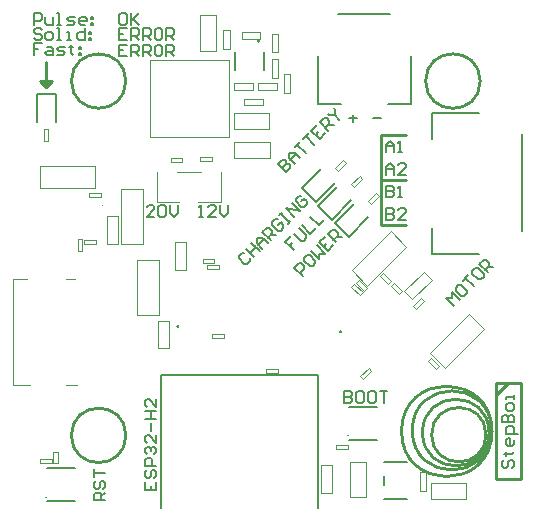
<source format=gto>
G04*
G04 #@! TF.GenerationSoftware,Altium Limited,Altium Designer,26.1.1 (7)*
G04*
G04 Layer_Color=65535*
%FSLAX44Y44*%
%MOMM*%
G71*
G04*
G04 #@! TF.SameCoordinates,CD2F593A-4D2A-49AD-B025-98148D784466*
G04*
G04*
G04 #@! TF.FilePolarity,Positive*
G04*
G01*
G75*
%ADD10C,0.2500*%
%ADD11C,0.1000*%
%ADD12C,0.1524*%
%ADD13C,0.2540*%
%ADD14C,0.0500*%
%ADD15C,0.2000*%
%ADD16C,0.1270*%
D10*
X183095Y-146558D02*
G03*
X183095Y-146558I-38315J0D01*
G01*
X182624Y-145796D02*
G03*
X182624Y-145796I-33526J0D01*
G01*
X180602Y-147574D02*
G03*
X180602Y-147574I-28202J0D01*
G01*
X173089Y150000D02*
G03*
X173089Y150000I-23089J0D01*
G01*
X-126939Y-150000D02*
G03*
X-126939Y-150000I-23061J0D01*
G01*
X177955Y-149352D02*
G03*
X177955Y-149352I-23015J0D01*
G01*
X-127000Y150000D02*
G03*
X-127000Y150000I-23000J0D01*
G01*
X54729Y-62267D02*
G03*
X54729Y-62267I-508J0D01*
G01*
X-82886Y-57740D02*
G03*
X-82886Y-57740I-254J0D01*
G01*
D11*
X60440Y-150240D02*
G03*
X61440Y-150240I500J0D01*
G01*
D02*
G03*
X60440Y-150240I-500J0D01*
G01*
X-146233Y44282D02*
G03*
X-147233Y44282I-500J0D01*
G01*
D02*
G03*
X-146233Y44282I500J0D01*
G01*
X-194830Y-202310D02*
G03*
X-193830Y-202310I500J0D01*
G01*
D02*
G03*
X-194830Y-202310I-500J0D01*
G01*
X-83625Y72660D02*
X-63625D01*
X-46625Y47660D02*
Y72660D01*
X-65625Y47660D02*
X-46625D01*
X-100625D02*
Y72660D01*
Y47660D02*
X-81625D01*
X-170420Y-17530D02*
Y-17230D01*
X-177920D02*
X-170420D01*
X-177920Y-17530D02*
Y-17230D01*
Y-17530D02*
X-170420D01*
X-222190D02*
X-210420D01*
X-222190D02*
X-210420D01*
X-222190Y-106930D02*
Y-17530D01*
Y-106930D02*
Y-17530D01*
Y-106930D02*
X-207920D01*
X-222190D02*
X-207920D01*
X-177920D02*
X-167920D01*
X-177920D02*
X-167920D01*
X-106320Y102960D02*
Y167710D01*
Y102960D02*
X-39820D01*
Y167710D01*
X-106320D02*
X-39820D01*
D12*
X-13752Y184026D02*
G03*
X-13752Y184026I-1016J0D01*
G01*
X91676Y-172232D02*
X110725D01*
X91676Y-191994D02*
Y-183966D01*
Y-203728D02*
X110725D01*
X-34589Y159213D02*
Y174707D01*
X-9951Y159213D02*
Y174707D01*
D13*
X207518Y-186690D02*
Y-105410D01*
X186690Y-186690D02*
Y-105410D01*
X207518D01*
X186690Y-186690D02*
X207518D01*
X186690Y-175514D02*
Y-114554D01*
X187452D02*
X196596Y-105410D01*
X88900Y66040D02*
X110490D01*
X88900Y27940D02*
Y44450D01*
Y27940D02*
X110490D01*
X88900Y44450D02*
Y66040D01*
Y85090D01*
Y66040D02*
X110490D01*
X88900Y104140D02*
X110490D01*
X88900Y85090D02*
Y104140D01*
X-194310Y144780D02*
X-189230Y149860D01*
X-199390D02*
X-189230D01*
X-199390D02*
X-194310Y144780D01*
Y166370D01*
D14*
X-27050Y129330D02*
X-11050D01*
X-27050D02*
Y134830D01*
X-11050D01*
Y129330D02*
Y134830D01*
X-167496Y6139D02*
X-163996D01*
X-163996Y16139D01*
X-167496Y16139D02*
X-163996Y16139D01*
X-167496Y6139D02*
Y16139D01*
X-152480Y12220D02*
Y15720D01*
X-162480Y15720D02*
X-152480Y15720D01*
X-162480Y15720D02*
X-162480Y12220D01*
X-152480D01*
X73902Y-102563D02*
X80973Y-95492D01*
X71427Y-100088D02*
X73902Y-102563D01*
X71427Y-100088D02*
X78498Y-93017D01*
X80973Y-95492D01*
X131471Y-84546D02*
X138542Y-91617D01*
X136067Y-94092D02*
X138542Y-91617D01*
X128996Y-87021D02*
X136067Y-94092D01*
X128996Y-87021D02*
X131471Y-84546D01*
X143654Y-92947D02*
X176535Y-60067D01*
X130573Y-79866D02*
X143654Y-92947D01*
X130573Y-79866D02*
X163453Y-46985D01*
X176535Y-60067D01*
X64070Y-24109D02*
X71141Y-31180D01*
X64070Y-24109D02*
X66545Y-21634D01*
X73616Y-28705D01*
X71141Y-31180D02*
X73616Y-28705D01*
X97459Y-23509D02*
X104530Y-30580D01*
X97459Y-23509D02*
X99934Y-21034D01*
X107005Y-28105D01*
X104530Y-30580D02*
X107005Y-28105D01*
X90831Y-12156D02*
X97902Y-19227D01*
X95427Y-21702D02*
X97902Y-19227D01*
X88356Y-14631D02*
X95427Y-21702D01*
X88356Y-14631D02*
X90831Y-12156D01*
X-53880Y82070D02*
Y85570D01*
X-63880Y85570D02*
X-53880Y85570D01*
X-63880Y85570D02*
X-63880Y82070D01*
X-53880D01*
X77614Y-23097D02*
X110495Y9783D01*
X64533Y-10016D02*
X77614Y-23097D01*
X64533Y-10016D02*
X97413Y22865D01*
X110495Y9783D01*
X-89053Y81676D02*
Y85176D01*
Y81676D02*
X-79053Y81676D01*
X-79053Y85176D02*
X-79053Y81676D01*
X-89053Y85176D02*
X-79053D01*
X116213Y-40815D02*
X118688Y-43290D01*
X125759Y-36219D01*
X123284Y-33744D02*
X125759Y-36219D01*
X116213Y-40815D02*
X123284Y-33744D01*
X67617Y-20562D02*
X74688Y-27633D01*
X67617Y-20562D02*
X70092Y-18087D01*
X77163Y-25158D01*
X74688Y-27633D02*
X77163Y-25158D01*
X115431Y-34654D02*
X132048Y-18037D01*
X108714Y-27937D02*
X115431Y-34654D01*
X108714Y-27937D02*
X125331Y-11320D01*
X132048Y-18037D01*
X50880Y-161770D02*
Y-158270D01*
Y-161770D02*
X60880Y-161770D01*
X60880Y-158270D02*
X60880Y-161770D01*
X50880Y-158270D02*
X60880D01*
X-199770Y-173200D02*
X-189770D01*
X-199770D02*
Y-169700D01*
X-189770D01*
Y-173200D02*
Y-169700D01*
X-188254Y-173750D02*
X-184754D01*
X-184754Y-163750D01*
X-188254Y-163750D02*
X-184754Y-163750D01*
X-188254Y-173750D02*
Y-163750D01*
X-98899Y-48374D02*
Y-1874D01*
X-117399Y-48374D02*
X-98899D01*
X-117399D02*
Y-1874D01*
X-98899D01*
X161050Y-203600D02*
Y-190100D01*
X131050D02*
X161050D01*
X131050Y-203600D02*
Y-190100D01*
Y-203600D02*
X161050D01*
X62510Y-172370D02*
X76010D01*
X62510Y-202370D02*
Y-172370D01*
Y-202370D02*
X76010D01*
Y-172370D01*
X-158025Y51712D02*
Y55212D01*
Y51712D02*
X-148025Y51712D01*
X-148025Y55212D02*
X-148025Y51712D01*
X-158025Y55212D02*
X-148025D01*
X-196060Y109140D02*
X-192560D01*
X-196060Y99140D02*
X-196060Y109140D01*
X-196060Y99140D02*
X-192560Y99140D01*
Y109140D01*
X-44047Y-67416D02*
Y-63916D01*
X-54047Y-63916D02*
X-44047Y-63916D01*
X-54047Y-63916D02*
X-54047Y-67416D01*
X-44047D01*
X-51929Y-4354D02*
Y-854D01*
X-61929Y-854D02*
X-51929Y-854D01*
X-61929Y-854D02*
X-61929Y-4354D01*
X-51929D01*
X-48340Y-9370D02*
Y-5870D01*
X-58340Y-5870D02*
X-48340Y-5870D01*
X-58340Y-5870D02*
X-58340Y-9370D01*
X-48340D01*
X121710Y-197230D02*
Y-181230D01*
Y-197230D02*
X127210D01*
X121710Y-181230D02*
X127210D01*
Y-197230D02*
Y-181230D01*
X49837Y76442D02*
X52312Y73967D01*
X59383Y81038D01*
X56908Y83513D02*
X59383Y81038D01*
X49837Y76442D02*
X56908Y83513D01*
X63807Y62472D02*
X66282Y59997D01*
X73353Y67068D01*
X70878Y69543D02*
X73353Y67068D01*
X63807Y62472D02*
X70878Y69543D01*
X77777Y48502D02*
X80252Y46027D01*
X87323Y53098D01*
X84848Y55573D02*
X87323Y53098D01*
X77777Y48502D02*
X84848Y55573D01*
X-199780Y77830D02*
X-153280D01*
Y59330D02*
Y77830D01*
X-199780Y59330D02*
X-153280D01*
X-199780D02*
Y77830D01*
X-64176Y175610D02*
X-50676D01*
Y205610D01*
X-64176D02*
X-50676D01*
X-64176Y175610D02*
Y205610D01*
X-14950Y142620D02*
X1050D01*
X-14950D02*
Y148120D01*
X1050D01*
Y142620D02*
Y148120D01*
X-3430Y152530D02*
Y168530D01*
Y152530D02*
X2070D01*
X-3430Y168530D02*
X2070D01*
Y152530D02*
Y168530D01*
X6730Y139910D02*
Y155910D01*
Y139910D02*
X12230D01*
X6730Y155910D02*
X12230D01*
Y139910D02*
Y155910D01*
X-5320Y84690D02*
Y98190D01*
X-35320D02*
X-5320D01*
X-35320Y84690D02*
Y98190D01*
Y84690D02*
X-5320D01*
X-29000Y191300D02*
X-13000D01*
X-29000Y185800D02*
Y191300D01*
X-13000Y185800D02*
Y191300D01*
X-29000Y185800D02*
X-13000D01*
X-5344Y109814D02*
Y123314D01*
X-35345D02*
X-5344D01*
X-35345Y109814D02*
Y123314D01*
Y109814D02*
X-5344D01*
X2070Y174200D02*
Y190200D01*
X-3430D02*
X2070D01*
X-3430Y174200D02*
X2070D01*
X-3430D02*
Y190200D01*
X-35350Y148120D02*
X-19350D01*
Y142620D02*
Y148120D01*
X-35350Y142620D02*
X-19350D01*
X-35350D02*
Y148120D01*
X-44660Y177500D02*
Y193500D01*
X-39160D01*
Y177500D02*
Y193500D01*
X-44660Y177500D02*
X-39160D01*
X-8377Y-96919D02*
X1623D01*
X-8377D02*
Y-93419D01*
X1623D01*
Y-96919D02*
Y-93419D01*
X-131170Y12310D02*
Y58810D01*
X-112670D01*
Y12310D02*
Y58810D01*
X-131170Y12310D02*
X-112670D01*
X-75865Y-10134D02*
Y13366D01*
X-85365Y-10134D02*
X-75865D01*
X-85365D02*
Y13366D01*
X-75865D01*
X-133680Y12380D02*
Y35880D01*
X-143180Y12380D02*
X-133680D01*
X-143180D02*
Y35880D01*
X-133680D01*
X-99606Y-76361D02*
Y-52860D01*
X-90106D01*
Y-76361D02*
Y-52860D01*
X-99606Y-76361D02*
X-90106D01*
X38430Y-198440D02*
Y-174940D01*
X47930D01*
Y-198440D02*
Y-174940D01*
X38430Y-198440D02*
X47930D01*
D15*
X35430Y130910D02*
Y170910D01*
Y130910D02*
X54930D01*
X94930D02*
X114430D01*
Y170910D01*
X52930Y206910D02*
X96930D01*
X132446Y3705D02*
X172446D01*
X132446D02*
Y25205D01*
Y122705D02*
X172446D01*
X132446Y101205D02*
Y122705D01*
X208446Y23205D02*
Y105205D01*
X61660Y-125700D02*
X85660D01*
X61660Y-153700D02*
X85660D01*
X-202560Y115656D02*
Y138656D01*
X-186060D01*
Y115656D02*
Y138656D01*
X-193610Y-177770D02*
X-169610D01*
X-193610Y-205770D02*
X-169610D01*
X33710Y47769D02*
X49974Y64032D01*
X22043Y59436D02*
X33710Y47769D01*
X22043Y59436D02*
X38307Y75699D01*
X61795Y18362D02*
X78059Y34626D01*
X50128Y30030D02*
X61795Y18362D01*
X50128Y30030D02*
X66391Y46293D01*
X47342Y32646D02*
X63605Y48909D01*
X35675Y44313D02*
X47342Y32646D01*
X35675Y44313D02*
X51938Y60577D01*
X193347Y-170660D02*
X191681Y-172326D01*
Y-175658D01*
X193347Y-177324D01*
X195013D01*
X196679Y-175658D01*
Y-172326D01*
X198346Y-170660D01*
X200012D01*
X201678Y-172326D01*
Y-175658D01*
X200012Y-177324D01*
X193347Y-165661D02*
X195013D01*
Y-167327D01*
Y-163995D01*
Y-165661D01*
X200012D01*
X201678Y-163995D01*
Y-153998D02*
Y-157330D01*
X200012Y-158997D01*
X196679D01*
X195013Y-157330D01*
Y-153998D01*
X196679Y-152332D01*
X198346D01*
Y-158997D01*
X205010Y-149000D02*
X195013D01*
Y-144001D01*
X196679Y-142335D01*
X200012D01*
X201678Y-144001D01*
Y-149000D01*
X191681Y-139003D02*
X201678D01*
Y-134005D01*
X200012Y-132338D01*
X198346D01*
X196679Y-134005D01*
Y-139003D01*
Y-134005D01*
X195013Y-132338D01*
X193347D01*
X191681Y-134005D01*
Y-139003D01*
X201678Y-127340D02*
Y-124008D01*
X200012Y-122342D01*
X196679D01*
X195013Y-124008D01*
Y-127340D01*
X196679Y-129006D01*
X200012D01*
X201678Y-127340D01*
Y-119010D02*
Y-115677D01*
Y-117343D01*
X195013D01*
Y-119010D01*
X-111057Y-189456D02*
Y-196120D01*
X-101060D01*
Y-189456D01*
X-106058Y-196120D02*
Y-192788D01*
X-109391Y-179459D02*
X-111057Y-181125D01*
Y-184457D01*
X-109391Y-186123D01*
X-107725D01*
X-106058Y-184457D01*
Y-181125D01*
X-104392Y-179459D01*
X-102726D01*
X-101060Y-181125D01*
Y-184457D01*
X-102726Y-186123D01*
X-101060Y-176126D02*
X-111057D01*
Y-171128D01*
X-109391Y-169462D01*
X-106058D01*
X-104392Y-171128D01*
Y-176126D01*
X-109391Y-166130D02*
X-111057Y-164464D01*
Y-161131D01*
X-109391Y-159465D01*
X-107725D01*
X-106058Y-161131D01*
Y-162797D01*
Y-161131D01*
X-104392Y-159465D01*
X-102726D01*
X-101060Y-161131D01*
Y-164464D01*
X-102726Y-166130D01*
X-101060Y-149468D02*
Y-156133D01*
X-107725Y-149468D01*
X-109391D01*
X-111057Y-151135D01*
Y-154467D01*
X-109391Y-156133D01*
X-106058Y-146136D02*
Y-139472D01*
X-111057Y-136139D02*
X-101060D01*
X-106058D01*
Y-129475D01*
X-111057D01*
X-101060D01*
Y-119478D02*
Y-126143D01*
X-107725Y-119478D01*
X-109391D01*
X-111057Y-121144D01*
Y-124476D01*
X-109391Y-126143D01*
X151130Y-40352D02*
X144061Y-33283D01*
X148774Y-33283D01*
X148774Y-28570D01*
X155843Y-35639D01*
X154664Y-22680D02*
X152308Y-25036D01*
Y-27392D01*
X157021Y-32105D01*
X159377D01*
X161733Y-29748D01*
Y-27392D01*
X157021Y-22680D01*
X154664Y-22680D01*
X158199Y-19145D02*
X162911Y-14433D01*
X160555Y-16789D01*
X167624Y-23858D01*
X168802Y-8542D02*
X166446Y-10898D01*
Y-13255D01*
X171158Y-17967D01*
X173514D01*
X175871Y-15611D01*
X175871Y-13255D01*
X171158Y-8542D01*
X168802Y-8542D01*
X179405Y-12076D02*
X172336Y-5008D01*
X175871Y-1473D01*
X178227Y-1473D01*
X180583Y-3830D01*
X180583Y-6186D01*
X177049Y-9720D01*
X179405Y-7364D02*
X184118D01*
X1821Y79747D02*
X8890Y72678D01*
X12424Y76213D01*
Y78569D01*
X11246Y79747D01*
X8890Y79747D01*
X5356Y76213D01*
X8890Y79747D01*
Y82104D01*
X7712Y83282D01*
X5356D01*
X1821Y79747D01*
X15959D02*
X11246Y84460D01*
X11246Y89172D01*
X15959Y89172D01*
X20671Y84460D01*
X17137Y87994D01*
X12424Y83282D01*
X15959Y93885D02*
X20671Y98597D01*
X18315Y96241D01*
X25384Y89172D01*
X23028Y100954D02*
X27740Y105666D01*
X25384Y103310D01*
X32453Y96241D01*
X34809Y112735D02*
X30096Y108022D01*
X37165Y100954D01*
X41878Y105666D01*
X33631Y104488D02*
X35987Y106844D01*
X44234Y108022D02*
X37165Y115091D01*
X40700Y118626D01*
X43056D01*
X45412Y116269D01*
X45412Y113913D01*
X41878Y110379D01*
X44234Y112735D02*
X48946D01*
X44234Y122160D02*
X45412Y120982D01*
X50125D01*
Y125694D01*
X48946Y126873D01*
X50125Y120982D02*
X53659Y117447D01*
X93440Y89630D02*
Y96294D01*
X96772Y99627D01*
X100105Y96294D01*
Y89630D01*
Y94628D01*
X93440D01*
X103437Y89630D02*
X106769D01*
X105103D01*
Y99627D01*
X103437Y97961D01*
X-144240Y-205010D02*
X-154237D01*
Y-200012D01*
X-152571Y-198346D01*
X-149238D01*
X-147572Y-200012D01*
Y-205010D01*
Y-201678D02*
X-144240Y-198346D01*
X-152571Y-188349D02*
X-154237Y-190015D01*
Y-193347D01*
X-152571Y-195013D01*
X-150905D01*
X-149238Y-193347D01*
Y-190015D01*
X-147572Y-188349D01*
X-145906D01*
X-144240Y-190015D01*
Y-193347D01*
X-145906Y-195013D01*
X-154237Y-185016D02*
Y-178352D01*
Y-181684D01*
X-144240D01*
X57880Y-112463D02*
Y-122460D01*
X62878D01*
X64545Y-120794D01*
Y-119128D01*
X62878Y-117462D01*
X57880D01*
X62878D01*
X64545Y-115795D01*
Y-114129D01*
X62878Y-112463D01*
X57880D01*
X72875D02*
X69543D01*
X67877Y-114129D01*
Y-120794D01*
X69543Y-122460D01*
X72875D01*
X74541Y-120794D01*
Y-114129D01*
X72875Y-112463D01*
X82872D02*
X79540D01*
X77874Y-114129D01*
Y-120794D01*
X79540Y-122460D01*
X82872D01*
X84538Y-120794D01*
Y-114129D01*
X82872Y-112463D01*
X87870D02*
X94535D01*
X91203D01*
Y-122460D01*
X-125955Y180907D02*
X-132620D01*
Y170910D01*
X-125955D01*
X-132620Y175908D02*
X-129288D01*
X-122623Y170910D02*
Y180907D01*
X-117625D01*
X-115959Y179241D01*
Y175908D01*
X-117625Y174242D01*
X-122623D01*
X-119291D02*
X-115959Y170910D01*
X-112626D02*
Y180907D01*
X-107628D01*
X-105962Y179241D01*
Y175908D01*
X-107628Y174242D01*
X-112626D01*
X-109294D02*
X-105962Y170910D01*
X-97631Y180907D02*
X-100963D01*
X-102630Y179241D01*
Y172576D01*
X-100963Y170910D01*
X-97631D01*
X-95965Y172576D01*
Y179241D01*
X-97631Y180907D01*
X-92633Y170910D02*
Y180907D01*
X-87634D01*
X-85968Y179241D01*
Y175908D01*
X-87634Y174242D01*
X-92633D01*
X-89301D02*
X-85968Y170910D01*
X-125955Y194877D02*
X-132620D01*
Y184880D01*
X-125955D01*
X-132620Y189878D02*
X-129288D01*
X-122623Y184880D02*
Y194877D01*
X-117625D01*
X-115959Y193211D01*
Y189878D01*
X-117625Y188212D01*
X-122623D01*
X-119291D02*
X-115959Y184880D01*
X-112626D02*
Y194877D01*
X-107628D01*
X-105962Y193211D01*
Y189878D01*
X-107628Y188212D01*
X-112626D01*
X-109294D02*
X-105962Y184880D01*
X-97631Y194877D02*
X-100963D01*
X-102630Y193211D01*
Y186546D01*
X-100963Y184880D01*
X-97631D01*
X-95965Y186546D01*
Y193211D01*
X-97631Y194877D01*
X-92633Y184880D02*
Y194877D01*
X-87634D01*
X-85968Y193211D01*
Y189878D01*
X-87634Y188212D01*
X-92633D01*
X-89301D02*
X-85968Y184880D01*
X-127622Y207577D02*
X-130954D01*
X-132620Y205911D01*
Y199246D01*
X-130954Y197580D01*
X-127622D01*
X-125955Y199246D01*
Y205911D01*
X-127622Y207577D01*
X-122623D02*
Y197580D01*
Y200912D01*
X-115959Y207577D01*
X-120957Y202578D01*
X-115959Y197580D01*
X-198346Y193211D02*
X-200012Y194877D01*
X-203344D01*
X-205010Y193211D01*
Y191544D01*
X-203344Y189878D01*
X-200012D01*
X-198346Y188212D01*
Y186546D01*
X-200012Y184880D01*
X-203344D01*
X-205010Y186546D01*
X-193347Y184880D02*
X-190015D01*
X-188349Y186546D01*
Y189878D01*
X-190015Y191544D01*
X-193347D01*
X-195013Y189878D01*
Y186546D01*
X-193347Y184880D01*
X-185016D02*
X-181684D01*
X-183350D01*
Y194877D01*
X-185016D01*
X-176686Y184880D02*
X-173354D01*
X-175020D01*
Y191544D01*
X-176686D01*
X-161691Y194877D02*
Y184880D01*
X-166689D01*
X-168355Y186546D01*
Y189878D01*
X-166689Y191544D01*
X-161691D01*
X-158358D02*
X-156692D01*
Y189878D01*
X-158358D01*
Y191544D01*
Y186546D02*
X-156692D01*
Y184880D01*
X-158358D01*
Y186546D01*
X-198346Y182177D02*
X-205010D01*
Y177178D01*
X-201678D01*
X-205010D01*
Y172180D01*
X-193347Y178845D02*
X-190015D01*
X-188349Y177178D01*
Y172180D01*
X-193347D01*
X-195013Y173846D01*
X-193347Y175512D01*
X-188349D01*
X-185016Y172180D02*
X-180018D01*
X-178352Y173846D01*
X-180018Y175512D01*
X-183350D01*
X-185016Y177178D01*
X-183350Y178845D01*
X-178352D01*
X-173354Y180511D02*
Y178845D01*
X-175020D01*
X-171687D01*
X-173354D01*
Y173846D01*
X-171687Y172180D01*
X-166689Y178845D02*
X-165023D01*
Y177178D01*
X-166689D01*
Y178845D01*
Y173846D02*
X-165023D01*
Y172180D01*
X-166689D01*
Y173846D01*
X-205010Y197580D02*
Y207577D01*
X-200012D01*
X-198346Y205911D01*
Y202578D01*
X-200012Y200912D01*
X-205010D01*
X-195013Y204244D02*
Y199246D01*
X-193347Y197580D01*
X-188349D01*
Y204244D01*
X-185016Y197580D02*
X-181684D01*
X-183350D01*
Y207577D01*
X-185016D01*
X-176686Y197580D02*
X-171687D01*
X-170021Y199246D01*
X-171687Y200912D01*
X-175020D01*
X-176686Y202578D01*
X-175020Y204244D01*
X-170021D01*
X-161691Y197580D02*
X-165023D01*
X-166689Y199246D01*
Y202578D01*
X-165023Y204244D01*
X-161691D01*
X-160025Y202578D01*
Y200912D01*
X-166689D01*
X-156692Y204244D02*
X-155026D01*
Y202578D01*
X-156692D01*
Y204244D01*
Y199246D02*
X-155026D01*
Y197580D01*
X-156692D01*
Y199246D01*
X-102705Y35020D02*
X-109370D01*
X-102705Y41684D01*
Y43351D01*
X-104371Y45017D01*
X-107704D01*
X-109370Y43351D01*
X-99373D02*
X-97707Y45017D01*
X-94374D01*
X-92708Y43351D01*
Y36686D01*
X-94374Y35020D01*
X-97707D01*
X-99373Y36686D01*
Y43351D01*
X-89376Y45017D02*
Y38352D01*
X-86044Y35020D01*
X-82711Y38352D01*
Y45017D01*
X-65310Y35020D02*
X-61978D01*
X-63644D01*
Y45017D01*
X-65310Y43351D01*
X-50315Y35020D02*
X-56979D01*
X-50315Y41684D01*
Y43351D01*
X-51981Y45017D01*
X-55313D01*
X-56979Y43351D01*
X-46983Y45017D02*
Y38352D01*
X-43650Y35020D01*
X-40318Y38352D01*
Y45017D01*
X82010Y118840D02*
X88674D01*
X61690Y118362D02*
X68355D01*
X65022Y121694D02*
Y115030D01*
X93440Y42477D02*
Y32480D01*
X98438D01*
X100105Y34146D01*
Y35812D01*
X98438Y37478D01*
X93440D01*
X98438D01*
X100105Y39144D01*
Y40811D01*
X98438Y42477D01*
X93440D01*
X110101Y32480D02*
X103437D01*
X110101Y39144D01*
Y40811D01*
X108435Y42477D01*
X105103D01*
X103437Y40811D01*
X93440Y61527D02*
Y51530D01*
X98438D01*
X100105Y53196D01*
Y54862D01*
X98438Y56528D01*
X93440D01*
X98438D01*
X100105Y58194D01*
Y59861D01*
X98438Y61527D01*
X93440D01*
X103437Y51530D02*
X106769D01*
X105103D01*
Y61527D01*
X103437Y59861D01*
X93440Y70580D02*
Y77245D01*
X96772Y80577D01*
X100105Y77245D01*
Y70580D01*
Y75578D01*
X93440D01*
X110101Y70580D02*
X103437D01*
X110101Y77245D01*
Y78911D01*
X108435Y80577D01*
X105103D01*
X103437Y78911D01*
X22860Y-14952D02*
X15791Y-7883D01*
X19326Y-4348D01*
X21682D01*
X24038Y-6705D01*
Y-9061D01*
X20504Y-12595D01*
X26394Y2720D02*
X24038Y364D01*
Y-1992D01*
X28751Y-6705D01*
X31107D01*
X33463Y-4348D01*
Y-1992D01*
X28751Y2720D01*
X26394Y2720D01*
X29929Y6255D02*
X36998Y-814D01*
Y3898D01*
X41710D01*
X34641Y10967D01*
X41710Y18036D02*
X36998Y13324D01*
X44066Y6255D01*
X48779Y10967D01*
X40532Y9789D02*
X42888Y12145D01*
X51135Y13324D02*
X44066Y20392D01*
X47601Y23927D01*
X49957Y23927D01*
X52313Y21570D01*
X52313Y19214D01*
X48779Y15680D01*
X51135Y18036D02*
X55848D01*
X12884Y18420D02*
X8171Y13707D01*
X11706Y10173D01*
X14062Y12529D01*
X11706Y10173D01*
X15240Y6638D01*
Y20776D02*
X21131Y14885D01*
X23487D01*
X25843Y17242D01*
Y19598D01*
X19952Y25489D01*
X22309Y27845D02*
X29378Y20776D01*
X34090Y25489D01*
X29378Y34914D02*
X36446Y27845D01*
X41159Y32557D01*
X-26578Y4542D02*
X-28934D01*
X-31291Y2185D01*
Y-171D01*
X-26578Y-4883D01*
X-24222D01*
X-21866Y-2527D01*
Y-171D01*
X-25400Y8076D02*
X-18331Y1007D01*
X-21866Y4542D01*
X-17153Y9254D01*
X-20687Y12788D01*
X-13619Y5720D01*
X-11262Y8076D02*
X-15975Y12788D01*
X-15975Y17501D01*
X-11262Y17501D01*
X-6550Y12788D01*
X-10084Y16323D01*
X-14797Y11610D01*
X-4194Y15145D02*
X-11262Y22214D01*
X-7728Y25748D01*
X-5372Y25748D01*
X-3016Y23392D01*
X-3016Y21035D01*
X-6550Y17501D01*
X-4194Y19857D02*
X519D01*
X1697Y32817D02*
X-659Y32817D01*
X-3016Y30461D01*
Y28104D01*
X1697Y23392D01*
X4053D01*
X6410Y25748D01*
X6410Y28104D01*
X4053Y30461D01*
X1697Y28104D01*
X2875Y36351D02*
X5231Y38707D01*
X4053Y37529D01*
X11122Y30461D01*
X9944Y29282D01*
X12300Y31639D01*
X15835Y35173D02*
X8766Y42242D01*
X20547Y39886D01*
X13478Y46954D01*
X21725Y52845D02*
X19369Y52845D01*
X17013Y50489D01*
Y48133D01*
X21725Y43420D01*
X24081D01*
X26438Y45776D01*
X26438Y48133D01*
X24081Y50489D01*
X21725Y48133D01*
D16*
X-97560Y-211320D02*
Y-98820D01*
X35440D01*
Y-211320D02*
Y-98820D01*
M02*

</source>
